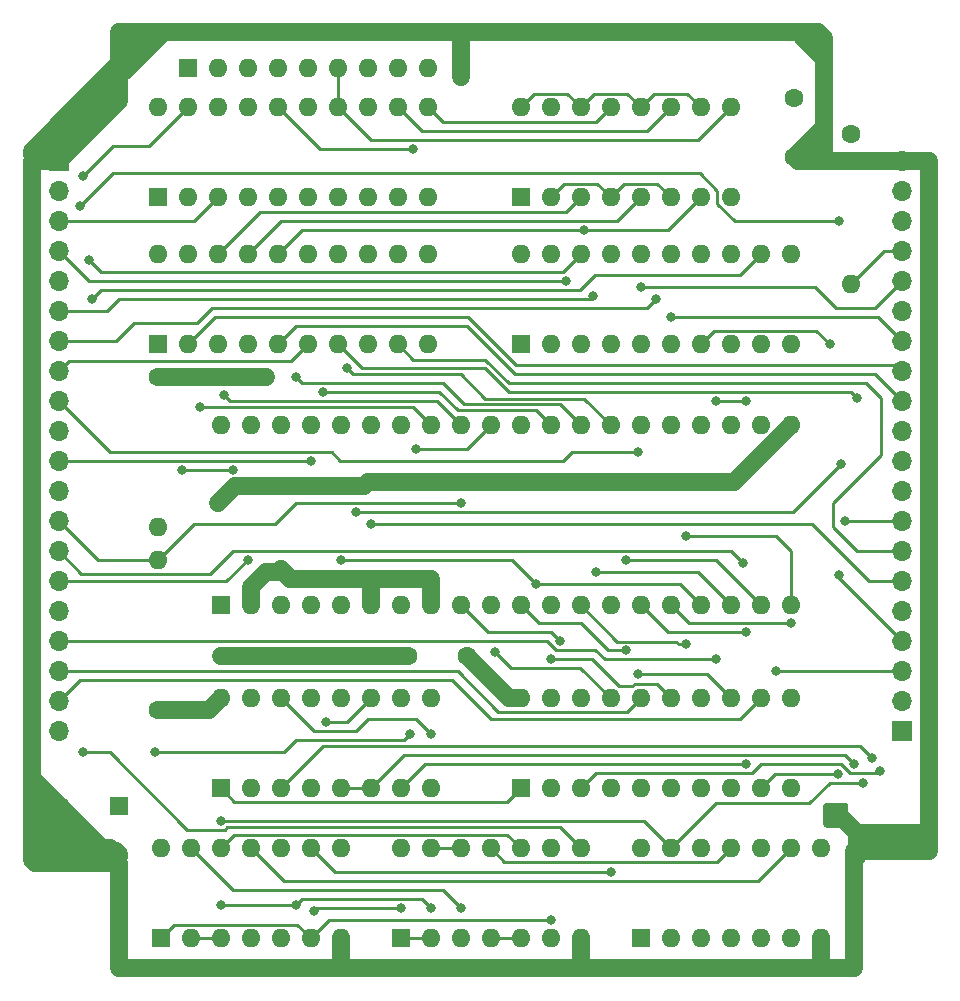
<source format=gbl>
G04 #@! TF.GenerationSoftware,KiCad,Pcbnew,5.1.12-84ad8e8a86~92~ubuntu20.04.1*
G04 #@! TF.CreationDate,2022-08-04T15:06:03-04:00*
G04 #@! TF.ProjectId,burgertime-cpu7,62757267-6572-4746-996d-652d63707537,v1.1*
G04 #@! TF.SameCoordinates,Original*
G04 #@! TF.FileFunction,Copper,L2,Bot*
G04 #@! TF.FilePolarity,Positive*
%FSLAX46Y46*%
G04 Gerber Fmt 4.6, Leading zero omitted, Abs format (unit mm)*
G04 Created by KiCad (PCBNEW 5.1.12-84ad8e8a86~92~ubuntu20.04.1) date 2022-08-04 15:06:03*
%MOMM*%
%LPD*%
G01*
G04 APERTURE LIST*
G04 #@! TA.AperFunction,ComponentPad*
%ADD10C,1.600000*%
G04 #@! TD*
G04 #@! TA.AperFunction,ComponentPad*
%ADD11R,1.600000X1.600000*%
G04 #@! TD*
G04 #@! TA.AperFunction,ComponentPad*
%ADD12O,1.600000X1.600000*%
G04 #@! TD*
G04 #@! TA.AperFunction,ComponentPad*
%ADD13O,1.700000X1.700000*%
G04 #@! TD*
G04 #@! TA.AperFunction,ComponentPad*
%ADD14R,1.700000X1.700000*%
G04 #@! TD*
G04 #@! TA.AperFunction,ViaPad*
%ADD15C,0.800000*%
G04 #@! TD*
G04 #@! TA.AperFunction,Conductor*
%ADD16C,1.500000*%
G04 #@! TD*
G04 #@! TA.AperFunction,Conductor*
%ADD17C,0.250000*%
G04 #@! TD*
G04 APERTURE END LIST*
G04 #@! TA.AperFunction,ComponentPad*
G36*
G01*
X171924000Y-123990000D02*
X171924000Y-122390000D01*
G75*
G02*
X172174000Y-122140000I250000J0D01*
G01*
X173774000Y-122140000D01*
G75*
G02*
X174024000Y-122390000I0J-250000D01*
G01*
X174024000Y-123990000D01*
G75*
G02*
X173774000Y-124240000I-250000J0D01*
G01*
X172174000Y-124240000D01*
G75*
G02*
X171924000Y-123990000I0J250000D01*
G01*
G37*
G04 #@! TD.AperFunction*
D10*
X136732000Y-109728000D03*
X141732000Y-109728000D03*
X169418000Y-67484000D03*
X169418000Y-62484000D03*
X107268000Y-122428000D03*
D11*
X112268000Y-122428000D03*
D12*
X120904000Y-90170000D03*
X169164000Y-105410000D03*
X123444000Y-90170000D03*
X166624000Y-105410000D03*
X125984000Y-90170000D03*
X164084000Y-105410000D03*
X128524000Y-90170000D03*
X161544000Y-105410000D03*
X131064000Y-90170000D03*
X159004000Y-105410000D03*
X133604000Y-90170000D03*
X156464000Y-105410000D03*
X136144000Y-90170000D03*
X153924000Y-105410000D03*
X138684000Y-90170000D03*
X151384000Y-105410000D03*
X141224000Y-90170000D03*
X148844000Y-105410000D03*
X143764000Y-90170000D03*
X146304000Y-105410000D03*
X146304000Y-90170000D03*
X143764000Y-105410000D03*
X148844000Y-90170000D03*
X141224000Y-105410000D03*
X151384000Y-90170000D03*
X138684000Y-105410000D03*
X153924000Y-90170000D03*
X136144000Y-105410000D03*
X156464000Y-90170000D03*
X133604000Y-105410000D03*
X159004000Y-90170000D03*
X131064000Y-105410000D03*
X161544000Y-90170000D03*
X128524000Y-105410000D03*
X164084000Y-90170000D03*
X125984000Y-105410000D03*
X166624000Y-90170000D03*
X123444000Y-105410000D03*
X169164000Y-90170000D03*
D11*
X120904000Y-105410000D03*
D12*
X146304000Y-63246000D03*
X164084000Y-70866000D03*
X148844000Y-63246000D03*
X161544000Y-70866000D03*
X151384000Y-63246000D03*
X159004000Y-70866000D03*
X153924000Y-63246000D03*
X156464000Y-70866000D03*
X156464000Y-63246000D03*
X153924000Y-70866000D03*
X159004000Y-63246000D03*
X151384000Y-70866000D03*
X161544000Y-63246000D03*
X148844000Y-70866000D03*
X164084000Y-63246000D03*
D11*
X146304000Y-70866000D03*
D12*
X138430000Y-59944000D03*
X135890000Y-59944000D03*
X133350000Y-59944000D03*
X130810000Y-59944000D03*
X128270000Y-59944000D03*
X125730000Y-59944000D03*
X123190000Y-59944000D03*
X120650000Y-59944000D03*
D11*
X118110000Y-59944000D03*
D12*
X174244000Y-78232000D03*
D10*
X174244000Y-65532000D03*
D12*
X115570000Y-101600000D03*
D10*
X115570000Y-114300000D03*
D12*
X115570000Y-98806000D03*
D10*
X115570000Y-86106000D03*
D13*
X178562000Y-67818000D03*
X178562000Y-70358000D03*
X178562000Y-72898000D03*
X178562000Y-75438000D03*
X178562000Y-77978000D03*
X178562000Y-80518000D03*
X178562000Y-83058000D03*
X178562000Y-85598000D03*
X178562000Y-88138000D03*
X178562000Y-90678000D03*
X178562000Y-93218000D03*
X178562000Y-95758000D03*
X178562000Y-98298000D03*
X178562000Y-100838000D03*
X178562000Y-103378000D03*
X178562000Y-105918000D03*
X178562000Y-108458000D03*
X178562000Y-110998000D03*
X178562000Y-113538000D03*
D14*
X178562000Y-116078000D03*
D13*
X107188000Y-116078000D03*
X107188000Y-113538000D03*
X107188000Y-110998000D03*
X107188000Y-108458000D03*
X107188000Y-105918000D03*
X107188000Y-103378000D03*
X107188000Y-100838000D03*
X107188000Y-98298000D03*
X107188000Y-95758000D03*
X107188000Y-93218000D03*
X107188000Y-90678000D03*
X107188000Y-88138000D03*
X107188000Y-85598000D03*
X107188000Y-83058000D03*
X107188000Y-80518000D03*
X107188000Y-77978000D03*
X107188000Y-75438000D03*
X107188000Y-72898000D03*
X107188000Y-70358000D03*
D14*
X107188000Y-67818000D03*
D12*
X156464000Y-125984000D03*
X171704000Y-133604000D03*
X159004000Y-125984000D03*
X169164000Y-133604000D03*
X161544000Y-125984000D03*
X166624000Y-133604000D03*
X164084000Y-125984000D03*
X164084000Y-133604000D03*
X166624000Y-125984000D03*
X161544000Y-133604000D03*
X169164000Y-125984000D03*
X159004000Y-133604000D03*
X171704000Y-125984000D03*
D11*
X156464000Y-133604000D03*
D12*
X136144000Y-125984000D03*
X151384000Y-133604000D03*
X138684000Y-125984000D03*
X148844000Y-133604000D03*
X141224000Y-125984000D03*
X146304000Y-133604000D03*
X143764000Y-125984000D03*
X143764000Y-133604000D03*
X146304000Y-125984000D03*
X141224000Y-133604000D03*
X148844000Y-125984000D03*
X138684000Y-133604000D03*
X151384000Y-125984000D03*
D11*
X136144000Y-133604000D03*
D12*
X115824000Y-125984000D03*
X131064000Y-133604000D03*
X118364000Y-125984000D03*
X128524000Y-133604000D03*
X120904000Y-125984000D03*
X125984000Y-133604000D03*
X123444000Y-125984000D03*
X123444000Y-133604000D03*
X125984000Y-125984000D03*
X120904000Y-133604000D03*
X128524000Y-125984000D03*
X118364000Y-133604000D03*
X131064000Y-125984000D03*
D11*
X115824000Y-133604000D03*
D12*
X146304000Y-113284000D03*
X169164000Y-120904000D03*
X148844000Y-113284000D03*
X166624000Y-120904000D03*
X151384000Y-113284000D03*
X164084000Y-120904000D03*
X153924000Y-113284000D03*
X161544000Y-120904000D03*
X156464000Y-113284000D03*
X159004000Y-120904000D03*
X159004000Y-113284000D03*
X156464000Y-120904000D03*
X161544000Y-113284000D03*
X153924000Y-120904000D03*
X164084000Y-113284000D03*
X151384000Y-120904000D03*
X166624000Y-113284000D03*
X148844000Y-120904000D03*
X169164000Y-113284000D03*
D11*
X146304000Y-120904000D03*
D12*
X120904000Y-113284000D03*
X138684000Y-120904000D03*
X123444000Y-113284000D03*
X136144000Y-120904000D03*
X125984000Y-113284000D03*
X133604000Y-120904000D03*
X128524000Y-113284000D03*
X131064000Y-120904000D03*
X131064000Y-113284000D03*
X128524000Y-120904000D03*
X133604000Y-113284000D03*
X125984000Y-120904000D03*
X136144000Y-113284000D03*
X123444000Y-120904000D03*
X138684000Y-113284000D03*
D11*
X120904000Y-120904000D03*
D12*
X146304000Y-75692000D03*
X169164000Y-83312000D03*
X148844000Y-75692000D03*
X166624000Y-83312000D03*
X151384000Y-75692000D03*
X164084000Y-83312000D03*
X153924000Y-75692000D03*
X161544000Y-83312000D03*
X156464000Y-75692000D03*
X159004000Y-83312000D03*
X159004000Y-75692000D03*
X156464000Y-83312000D03*
X161544000Y-75692000D03*
X153924000Y-83312000D03*
X164084000Y-75692000D03*
X151384000Y-83312000D03*
X166624000Y-75692000D03*
X148844000Y-83312000D03*
X169164000Y-75692000D03*
D11*
X146304000Y-83312000D03*
D12*
X115570000Y-75692000D03*
X138430000Y-83312000D03*
X118110000Y-75692000D03*
X135890000Y-83312000D03*
X120650000Y-75692000D03*
X133350000Y-83312000D03*
X123190000Y-75692000D03*
X130810000Y-83312000D03*
X125730000Y-75692000D03*
X128270000Y-83312000D03*
X128270000Y-75692000D03*
X125730000Y-83312000D03*
X130810000Y-75692000D03*
X123190000Y-83312000D03*
X133350000Y-75692000D03*
X120650000Y-83312000D03*
X135890000Y-75692000D03*
X118110000Y-83312000D03*
X138430000Y-75692000D03*
D11*
X115570000Y-83312000D03*
D12*
X115570000Y-63246000D03*
X138430000Y-70866000D03*
X118110000Y-63246000D03*
X135890000Y-70866000D03*
X120650000Y-63246000D03*
X133350000Y-70866000D03*
X123190000Y-63246000D03*
X130810000Y-70866000D03*
X125730000Y-63246000D03*
X128270000Y-70866000D03*
X128270000Y-63246000D03*
X125730000Y-70866000D03*
X130810000Y-63246000D03*
X123190000Y-70866000D03*
X133350000Y-63246000D03*
X120650000Y-70866000D03*
X135890000Y-63246000D03*
X118110000Y-70866000D03*
X138430000Y-63246000D03*
D11*
X115570000Y-70866000D03*
D15*
X123444000Y-109728000D03*
X120904000Y-109728000D03*
X120650000Y-96774000D03*
X141224004Y-60706000D03*
X124714000Y-86106000D03*
X125984000Y-102362000D03*
X109220000Y-117856000D03*
X109220000Y-69088000D03*
X119126000Y-88646000D03*
X133604000Y-98552000D03*
X121158002Y-87630000D03*
X173736000Y-98298000D03*
X174752000Y-87884000D03*
X137160000Y-66802000D03*
X137414000Y-92201996D03*
X151638000Y-73660000D03*
X129540000Y-87339010D03*
X123190000Y-101563010D03*
X127254000Y-86106000D03*
X131572000Y-85344000D03*
X165354000Y-118872000D03*
X115316000Y-117856000D03*
X136906000Y-116332000D03*
X148844000Y-132080000D03*
X117602000Y-93980000D03*
X121920000Y-93980000D03*
X167894000Y-110998000D03*
X109728000Y-76200000D03*
X152654000Y-102616000D03*
X173228004Y-102870000D03*
X172466000Y-83312000D03*
X159004000Y-81026000D03*
X160274000Y-99568000D03*
X156464000Y-78486000D03*
X162814000Y-109982000D03*
X165354000Y-88138000D03*
X162814000Y-88138000D03*
X155194000Y-101600000D03*
X152400000Y-79248000D03*
X109981998Y-79502000D03*
X147574000Y-103632000D03*
X131064000Y-101600000D03*
X120904000Y-123698000D03*
X175296989Y-120432989D03*
X128524000Y-93218000D03*
X169164000Y-106934000D03*
X165354000Y-107696000D03*
X156210000Y-111251992D03*
X160274000Y-108712000D03*
X148844000Y-109982004D03*
X155194002Y-109220000D03*
X153924000Y-128016000D03*
X144148136Y-109383875D03*
X149606000Y-108458000D03*
X138684000Y-116332000D03*
X129794000Y-115316000D03*
X174498000Y-118871998D03*
X138684000Y-131064000D03*
X127254000Y-130810000D03*
X120904000Y-130810000D03*
X173444001Y-93434001D03*
X132334000Y-97536000D03*
X176022000Y-118364000D03*
X108966000Y-71628000D03*
X173228000Y-72898000D03*
X173189573Y-119707979D03*
X150114000Y-77978000D03*
X165100000Y-101854000D03*
X156210000Y-92456000D03*
X157734000Y-79502000D03*
X176747002Y-119416998D03*
X141224000Y-131064000D03*
X136144000Y-131064000D03*
X128778000Y-131318000D03*
X141224000Y-96774000D03*
D16*
X123444000Y-109728000D02*
X120904000Y-109728000D01*
X123444000Y-109728000D02*
X136732000Y-109728000D01*
X104902000Y-122428000D02*
X107268000Y-122428000D01*
X131064000Y-136144000D02*
X131064000Y-133604000D01*
X131064000Y-136144000D02*
X151384000Y-136144000D01*
X151384000Y-136144000D02*
X151384000Y-133604000D01*
X151384000Y-136144000D02*
X171704000Y-136144000D01*
X171704000Y-136144000D02*
X171704000Y-133604000D01*
X169752000Y-67818000D02*
X169418000Y-67484000D01*
X178562000Y-67818000D02*
X171958000Y-67818000D01*
X104902000Y-67818000D02*
X104902000Y-77216000D01*
X104902000Y-123444000D02*
X104902000Y-122428000D01*
X169164000Y-90170000D02*
X164338000Y-94996000D01*
X164338000Y-94996000D02*
X133350000Y-94996000D01*
X122093999Y-95330001D02*
X120650000Y-96774000D01*
X133015999Y-95330001D02*
X122093999Y-95330001D01*
X133350000Y-94996000D02*
X133015999Y-95330001D01*
X141224000Y-60705996D02*
X141224004Y-60706000D01*
X141224000Y-56896000D02*
X141224000Y-60705996D01*
X131064000Y-136144000D02*
X112268000Y-136144000D01*
X180848000Y-67818000D02*
X178562000Y-67818000D01*
X174498000Y-126238000D02*
X180848000Y-126238000D01*
X171704000Y-136144000D02*
X174498000Y-136144000D01*
X171878000Y-65024000D02*
X171958000Y-65024000D01*
X169418000Y-67484000D02*
X171878000Y-65024000D01*
X171958000Y-67818000D02*
X171958000Y-65024000D01*
X171196000Y-67818000D02*
X171196000Y-67056000D01*
X171958000Y-67818000D02*
X171196000Y-67818000D01*
X171196000Y-67818000D02*
X169752000Y-67818000D01*
X171958000Y-57404000D02*
X171958000Y-65024000D01*
X171450000Y-56896000D02*
X171958000Y-57404000D01*
X107188000Y-67818000D02*
X112268000Y-62738000D01*
X112268000Y-56896000D02*
X170180000Y-56896000D01*
X170180000Y-56896000D02*
X171450000Y-56896000D01*
X171704000Y-58928000D02*
X170180000Y-57404000D01*
X112776000Y-60198000D02*
X115824000Y-57150000D01*
X112268000Y-60198000D02*
X112776000Y-60198000D01*
X112268000Y-60198000D02*
X112268000Y-58928000D01*
X112268000Y-58928000D02*
X112522000Y-58928000D01*
X112268000Y-58928000D02*
X112268000Y-56896000D01*
X112522000Y-58928000D02*
X113792000Y-57658000D01*
X112268000Y-62738000D02*
X112268000Y-61214000D01*
X112268000Y-61214000D02*
X112268000Y-60198000D01*
X107188000Y-67818000D02*
X104902000Y-67818000D01*
X104902000Y-67310000D02*
X105156000Y-67056000D01*
X104902000Y-66929000D02*
X104902000Y-67310000D01*
X112395000Y-59436000D02*
X104902000Y-66929000D01*
X105156000Y-67056000D02*
X105918000Y-67056000D01*
X112522000Y-59436000D02*
X112395000Y-59436000D01*
X112268000Y-59690000D02*
X112522000Y-59436000D01*
X112268000Y-60452000D02*
X112268000Y-59690000D01*
X112268000Y-61214000D02*
X112014000Y-61214000D01*
X112014000Y-61214000D02*
X106680000Y-66548000D01*
X112268000Y-127254000D02*
X105156000Y-127254000D01*
X112268000Y-136144000D02*
X112268000Y-127254000D01*
X104902000Y-127000000D02*
X104902000Y-125984000D01*
X105156000Y-127254000D02*
X104902000Y-127000000D01*
X112268000Y-126492000D02*
X112014000Y-126238000D01*
X112268000Y-126746000D02*
X112268000Y-126492000D01*
X111506000Y-125984000D02*
X112268000Y-126746000D01*
X104902000Y-120062000D02*
X104902000Y-119634000D01*
X107268000Y-122428000D02*
X104902000Y-120062000D01*
X104902000Y-119634000D02*
X104902000Y-123444000D01*
X104902000Y-77216000D02*
X104902000Y-119634000D01*
X105490000Y-124206000D02*
X104902000Y-124206000D01*
X104902000Y-124206000D02*
X104902000Y-123444000D01*
X104902000Y-125984000D02*
X104902000Y-124206000D01*
X107268000Y-122428000D02*
X110490000Y-125650000D01*
X110490000Y-125984000D02*
X111506000Y-125984000D01*
X110490000Y-125650000D02*
X110490000Y-125984000D01*
X108712000Y-125984000D02*
X108458000Y-125984000D01*
X106085000Y-123611000D02*
X105490000Y-124206000D01*
X107268000Y-122428000D02*
X106085000Y-123611000D01*
X108458000Y-125984000D02*
X106085000Y-123611000D01*
X104902000Y-125984000D02*
X108712000Y-125984000D01*
X108712000Y-125984000D02*
X110490000Y-125984000D01*
X108712000Y-125984000D02*
X108712000Y-124968000D01*
X108712000Y-124968000D02*
X107696000Y-123952000D01*
X107696000Y-123952000D02*
X106934000Y-123952000D01*
X106934000Y-123952000D02*
X105918000Y-124968000D01*
X172974000Y-123190000D02*
X173228000Y-123190000D01*
X173228000Y-123190000D02*
X174752000Y-124714000D01*
X174752000Y-124714000D02*
X180848000Y-124714000D01*
X180848000Y-124714000D02*
X180848000Y-67818000D01*
X180848000Y-126238000D02*
X180848000Y-124714000D01*
X178562000Y-124714000D02*
X179578000Y-125730000D01*
X174752000Y-124714000D02*
X178562000Y-124714000D01*
X175006000Y-125730000D02*
X174498000Y-126238000D01*
X179578000Y-125730000D02*
X175006000Y-125730000D01*
X174752000Y-126746000D02*
X174498000Y-127000000D01*
X174498000Y-127000000D02*
X174498000Y-126238000D01*
X174498000Y-136144000D02*
X174498000Y-127000000D01*
X175006000Y-125730000D02*
X174752000Y-125730000D01*
X174752000Y-125730000D02*
X174752000Y-126746000D01*
X174752000Y-124714000D02*
X174752000Y-125730000D01*
D17*
X150258999Y-62120999D02*
X151384000Y-63246000D01*
X147429001Y-62120999D02*
X150258999Y-62120999D01*
X146304000Y-63246000D02*
X147429001Y-62120999D01*
X155338999Y-62120999D02*
X156464000Y-63246000D01*
X152509001Y-62120999D02*
X155338999Y-62120999D01*
X151384000Y-63246000D02*
X152509001Y-62120999D01*
X160418999Y-62120999D02*
X161544000Y-63246000D01*
X157589001Y-62120999D02*
X160418999Y-62120999D01*
X156464000Y-63246000D02*
X157589001Y-62120999D01*
X152798999Y-69740999D02*
X153924000Y-70866000D01*
X149969001Y-69740999D02*
X152798999Y-69740999D01*
X148844000Y-70866000D02*
X149969001Y-69740999D01*
X157878999Y-69740999D02*
X159004000Y-70866000D01*
X155049001Y-69740999D02*
X157878999Y-69740999D01*
X153924000Y-70866000D02*
X155049001Y-69740999D01*
D16*
X124714000Y-86106000D02*
X115570000Y-86106000D01*
X123444000Y-105410000D02*
X123444000Y-103886000D01*
X124749978Y-102580022D02*
X125984000Y-102580022D01*
X123444000Y-103886000D02*
X124749978Y-102580022D01*
X126805010Y-103183010D02*
X125984000Y-102362000D01*
X138684000Y-105410000D02*
X138684000Y-103183010D01*
X133604000Y-103632000D02*
X134052990Y-103183010D01*
X133604000Y-105410000D02*
X133604000Y-103632000D01*
X134052990Y-103183010D02*
X126805010Y-103183010D01*
X138684000Y-103183010D02*
X134052990Y-103183010D01*
X119888000Y-114300000D02*
X120904000Y-113284000D01*
X115570000Y-114300000D02*
X119888000Y-114300000D01*
X145288000Y-113284000D02*
X146304000Y-113284000D01*
X141732000Y-109728000D02*
X145288000Y-113284000D01*
D17*
X151384000Y-125984000D02*
X149606000Y-124206000D01*
X121252001Y-124423001D02*
X118073001Y-124423001D01*
X121469002Y-124206000D02*
X121252001Y-124423001D01*
X149606000Y-124206000D02*
X121469002Y-124206000D01*
X118073001Y-124423001D02*
X111506000Y-117856000D01*
X111506000Y-117856000D02*
X109220000Y-117856000D01*
X109220000Y-69088000D02*
X111760000Y-66548000D01*
X114808000Y-66548000D02*
X118110000Y-63246000D01*
X111760000Y-66548000D02*
X114808000Y-66548000D01*
X174752000Y-100838000D02*
X178562000Y-100838000D01*
X175571002Y-86614000D02*
X176784000Y-87826998D01*
X145288000Y-86614000D02*
X175571002Y-86614000D01*
X172720000Y-98806000D02*
X174752000Y-100838000D01*
X176784000Y-92710000D02*
X172720000Y-96774000D01*
X172720000Y-96774000D02*
X172720000Y-98806000D01*
X176784000Y-87826998D02*
X176784000Y-92710000D01*
X143313989Y-84639989D02*
X145288000Y-86614000D01*
X137217989Y-84639989D02*
X143313989Y-84639989D01*
X135890000Y-83312000D02*
X137217989Y-84639989D01*
X137160000Y-88646000D02*
X119126000Y-88646000D01*
X138684000Y-90170000D02*
X137160000Y-88646000D01*
X124206000Y-72136000D02*
X120650000Y-75692000D01*
X150114000Y-72136000D02*
X124206000Y-72136000D01*
X151384000Y-70866000D02*
X150114000Y-72136000D01*
X170942000Y-98552000D02*
X133604000Y-98552000D01*
X178562000Y-103378000D02*
X175768000Y-103378000D01*
X175768000Y-103378000D02*
X170942000Y-98552000D01*
X125984000Y-72898000D02*
X123190000Y-75692000D01*
X154432000Y-72898000D02*
X125984000Y-72898000D01*
X156464000Y-70866000D02*
X154432000Y-72898000D01*
X141224000Y-90170000D02*
X139192000Y-88138000D01*
X139192000Y-88138000D02*
X121666002Y-88138000D01*
X121666002Y-88138000D02*
X121158002Y-87630000D01*
X173736000Y-98298000D02*
X178562000Y-98298000D01*
X174243994Y-87375994D02*
X174752000Y-87884000D01*
X145287994Y-87375994D02*
X174243994Y-87375994D01*
X143256000Y-85344000D02*
X145287994Y-87375994D01*
X132842000Y-85344000D02*
X143256000Y-85344000D01*
X130810000Y-83312000D02*
X132842000Y-85344000D01*
X129286000Y-66802000D02*
X137160000Y-66802000D01*
X125730000Y-63246000D02*
X129286000Y-66802000D01*
X143764000Y-90170000D02*
X141732004Y-92201996D01*
X141732004Y-92201996D02*
X137414000Y-92201996D01*
X126833999Y-84748001D02*
X128270000Y-83312000D01*
X108037999Y-84748001D02*
X126833999Y-84748001D01*
X107188000Y-85598000D02*
X108037999Y-84748001D01*
X161544000Y-70866000D02*
X158750000Y-73660000D01*
X127762000Y-73660000D02*
X125730000Y-75692000D01*
X151638000Y-73660000D02*
X127762000Y-73660000D01*
X158750000Y-73660000D02*
X151638000Y-73660000D01*
X127254000Y-81788000D02*
X125730000Y-83312000D01*
X141732000Y-81788000D02*
X127254000Y-81788000D01*
X145796000Y-85852000D02*
X141732000Y-81788000D01*
X176276000Y-85852000D02*
X145796000Y-85852000D01*
X178562000Y-88138000D02*
X176276000Y-85852000D01*
X130810000Y-59944000D02*
X130810000Y-63246000D01*
X148844000Y-90170000D02*
X147574000Y-88900000D01*
X147574000Y-88900000D02*
X140970000Y-88900000D01*
X140970000Y-88900000D02*
X139409010Y-87339010D01*
X139409010Y-87339010D02*
X129540000Y-87339010D01*
X161290000Y-66040000D02*
X164084000Y-63246000D01*
X133604000Y-66040000D02*
X161290000Y-66040000D01*
X130810000Y-63246000D02*
X133604000Y-66040000D01*
X107188000Y-103378000D02*
X121375010Y-103378000D01*
X121375010Y-103378000D02*
X123190000Y-101563010D01*
X127762000Y-86614000D02*
X127254000Y-86106000D01*
X141478000Y-88392000D02*
X139700000Y-86614000D01*
X149606000Y-88392000D02*
X141478000Y-88392000D01*
X139700000Y-86614000D02*
X127762000Y-86614000D01*
X151384000Y-90170000D02*
X149606000Y-88392000D01*
X118618000Y-72898000D02*
X120650000Y-70866000D01*
X107188000Y-72898000D02*
X118618000Y-72898000D01*
X132080000Y-85852000D02*
X131572000Y-85344000D01*
X141224000Y-85852000D02*
X132080000Y-85852000D01*
X143313990Y-87941990D02*
X141224000Y-85852000D01*
X151695990Y-87941990D02*
X143313990Y-87941990D01*
X153924000Y-90170000D02*
X151695990Y-87941990D01*
X156972000Y-65278000D02*
X159004000Y-63246000D01*
X137922000Y-65278000D02*
X156972000Y-65278000D01*
X135890000Y-63246000D02*
X137922000Y-65278000D01*
X120396000Y-81026000D02*
X118110000Y-83312000D01*
X141832998Y-81026000D02*
X120396000Y-81026000D01*
X145896998Y-85090000D02*
X141832998Y-81026000D01*
X178054000Y-85090000D02*
X145896998Y-85090000D01*
X178562000Y-85598000D02*
X178054000Y-85090000D01*
X152654000Y-64516000D02*
X153924000Y-63246000D01*
X139700000Y-64516000D02*
X152654000Y-64516000D01*
X138430000Y-63246000D02*
X139700000Y-64516000D01*
X138176000Y-118872000D02*
X136144000Y-120904000D01*
X165354000Y-118872000D02*
X138176000Y-118872000D01*
X115316000Y-117856000D02*
X126238000Y-117856000D01*
X127311990Y-116782010D02*
X136455990Y-116782010D01*
X126238000Y-117856000D02*
X127311990Y-116782010D01*
X136455990Y-116782010D02*
X136906000Y-116332000D01*
X127398999Y-132478999D02*
X128524000Y-133604000D01*
X116949001Y-132478999D02*
X127398999Y-132478999D01*
X115824000Y-133604000D02*
X116949001Y-132478999D01*
X128524000Y-133604000D02*
X130048000Y-132080000D01*
X130048000Y-132080000D02*
X131318000Y-132080000D01*
X131318000Y-132080000D02*
X148844000Y-132080000D01*
X145178999Y-124858999D02*
X146304000Y-125984000D01*
X122029001Y-124858999D02*
X145178999Y-124858999D01*
X120904000Y-125984000D02*
X122029001Y-124858999D01*
X117602000Y-93980000D02*
X121920000Y-93980000D01*
X145178999Y-122029001D02*
X146304000Y-120904000D01*
X122029001Y-122029001D02*
X145178999Y-122029001D01*
X120904000Y-120904000D02*
X122029001Y-122029001D01*
X167894000Y-110998000D02*
X178562000Y-110998000D01*
X110744000Y-77216000D02*
X109728000Y-76200000D01*
X149860000Y-77216000D02*
X110744000Y-77216000D01*
X151384000Y-75692000D02*
X149860000Y-77216000D01*
X164084000Y-105410000D02*
X161290000Y-102616000D01*
X161290000Y-102616000D02*
X152654000Y-102616000D01*
X173228004Y-103124004D02*
X173228004Y-102870000D01*
X178562000Y-108458000D02*
X173228004Y-103124004D01*
X162669001Y-82186999D02*
X171340999Y-82186999D01*
X171340999Y-82186999D02*
X172466000Y-83312000D01*
X161544000Y-83312000D02*
X162669001Y-82186999D01*
X178562000Y-83058000D02*
X176530000Y-81026000D01*
X176530000Y-81026000D02*
X159004000Y-81026000D01*
X169164000Y-105410000D02*
X169164000Y-100838000D01*
X169164000Y-100838000D02*
X167894000Y-99568000D01*
X167894000Y-99568000D02*
X160274000Y-99568000D01*
X178562000Y-77978000D02*
X176276000Y-80264000D01*
X176276000Y-80264000D02*
X172974000Y-80264000D01*
X172974000Y-80264000D02*
X171196000Y-78486000D01*
X171196000Y-78486000D02*
X156464000Y-78486000D01*
X165354000Y-88138000D02*
X162814000Y-88138000D01*
X153416000Y-109982000D02*
X162814000Y-109982000D01*
X152617001Y-109183001D02*
X153416000Y-109982000D01*
X149257999Y-109183001D02*
X152617001Y-109183001D01*
X148532998Y-108458000D02*
X149257999Y-109183001D01*
X107188000Y-108458000D02*
X148532998Y-108458000D01*
X162814000Y-101600000D02*
X155194000Y-101600000D01*
X166624000Y-105410000D02*
X162814000Y-101600000D01*
X111309002Y-80518000D02*
X107188000Y-80518000D01*
X112325002Y-79502000D02*
X111309002Y-80518000D01*
X152146000Y-79502000D02*
X112325002Y-79502000D01*
X152400000Y-79248000D02*
X152146000Y-79502000D01*
X110743998Y-78740000D02*
X109981998Y-79502000D01*
X151326998Y-78740000D02*
X110743998Y-78740000D01*
X152596998Y-77470000D02*
X151326998Y-78740000D01*
X164846000Y-77470000D02*
X152596998Y-77470000D01*
X166624000Y-75692000D02*
X164846000Y-77470000D01*
X159766000Y-103632000D02*
X161544000Y-105410000D01*
X147574000Y-103632000D02*
X159766000Y-103632000D01*
X145542000Y-101600000D02*
X131064000Y-101600000D01*
X147574000Y-103632000D02*
X145542000Y-101600000D01*
X156718000Y-123698000D02*
X120904000Y-123698000D01*
X159004000Y-125984000D02*
X156718000Y-123698000D01*
X172466000Y-120432989D02*
X175296989Y-120432989D01*
X170724989Y-122174000D02*
X172466000Y-120432989D01*
X159004000Y-125984000D02*
X162814000Y-122174000D01*
X162814000Y-122174000D02*
X170724989Y-122174000D01*
X128524000Y-93218000D02*
X107188000Y-93218000D01*
X160528000Y-106934000D02*
X169164000Y-106934000D01*
X159004000Y-105410000D02*
X160528000Y-106934000D01*
X158750000Y-107696000D02*
X165354000Y-107696000D01*
X156464000Y-105410000D02*
X158750000Y-107696000D01*
X162051992Y-111251992D02*
X156210000Y-111251992D01*
X164084000Y-113284000D02*
X162051992Y-111251992D01*
X154468998Y-108494998D02*
X159491313Y-108494998D01*
X151384000Y-105410000D02*
X154468998Y-108494998D01*
X159708315Y-108712000D02*
X160274000Y-108712000D01*
X159491313Y-108494998D02*
X159708315Y-108712000D01*
X157828661Y-112108661D02*
X155918343Y-112108661D01*
X155918343Y-112108661D02*
X155796002Y-112231002D01*
X159004000Y-113284000D02*
X157828661Y-112108661D01*
X149409685Y-109982004D02*
X148844000Y-109982004D01*
X154591998Y-112231002D02*
X152343000Y-109982004D01*
X155796002Y-112231002D02*
X154591998Y-112231002D01*
X152343000Y-109982004D02*
X149409685Y-109982004D01*
X155194002Y-109220000D02*
X153670000Y-109220000D01*
X153670000Y-109220000D02*
X151384000Y-106934000D01*
X147828000Y-106934000D02*
X146304000Y-105410000D01*
X151384000Y-106934000D02*
X147828000Y-106934000D01*
X130556000Y-128016000D02*
X153924000Y-128016000D01*
X128524000Y-125984000D02*
X130556000Y-128016000D01*
X153924000Y-113284000D02*
X151347005Y-110707005D01*
X151347005Y-110707005D02*
X145471266Y-110707005D01*
X145471266Y-110707005D02*
X144148136Y-109383875D01*
X149606000Y-108458000D02*
X148844000Y-107696000D01*
X143510000Y-107696000D02*
X141224000Y-105410000D01*
X148844000Y-107696000D02*
X143510000Y-107696000D01*
X137414000Y-115062000D02*
X138684000Y-116332000D01*
X133350000Y-115062000D02*
X137414000Y-115062000D01*
X132334000Y-116078000D02*
X133350000Y-115062000D01*
X128778000Y-116078000D02*
X132334000Y-116078000D01*
X125984000Y-113284000D02*
X128778000Y-116078000D01*
X131572000Y-115316000D02*
X129794000Y-115316000D01*
X133604000Y-113284000D02*
X131572000Y-115316000D01*
X133604000Y-120904000D02*
X131064000Y-120904000D01*
X173736002Y-118110000D02*
X174498000Y-118871998D01*
X133604000Y-120904000D02*
X136398000Y-118110000D01*
X136398000Y-118110000D02*
X173736002Y-118110000D01*
X118364000Y-133604000D02*
X120904000Y-133604000D01*
X138684000Y-125984000D02*
X141224000Y-125984000D01*
X127254000Y-130810000D02*
X120904000Y-130810000D01*
X127762000Y-130302000D02*
X127254000Y-130810000D01*
X137922000Y-130302000D02*
X127762000Y-130302000D01*
X138684000Y-131064000D02*
X137922000Y-130302000D01*
X177038000Y-75438000D02*
X174244000Y-78232000D01*
X178562000Y-75438000D02*
X177038000Y-75438000D01*
X173444001Y-93434001D02*
X169342002Y-97536000D01*
X169342002Y-97536000D02*
X132334000Y-97536000D01*
X175006000Y-117348000D02*
X176022000Y-118364000D01*
X129540000Y-117348000D02*
X175006000Y-117348000D01*
X125984000Y-120904000D02*
X129540000Y-117348000D01*
X164450998Y-72898000D02*
X173228000Y-72898000D01*
X162958999Y-70325999D02*
X162958999Y-71406001D01*
X161467000Y-68834000D02*
X162958999Y-70325999D01*
X111760000Y-68834000D02*
X161467000Y-68834000D01*
X108966000Y-71628000D02*
X111760000Y-68834000D01*
X162958999Y-71406001D02*
X164450998Y-72898000D01*
X166624000Y-120904000D02*
X167820021Y-119707979D01*
X167820021Y-119707979D02*
X173189573Y-119707979D01*
X109728000Y-77978000D02*
X150114000Y-77978000D01*
X107188000Y-75438000D02*
X109728000Y-77978000D01*
X107188000Y-100838000D02*
X109075001Y-102725001D01*
X109075001Y-102725001D02*
X119524999Y-102725001D01*
X119524999Y-102725001D02*
X119778999Y-102725001D01*
X164084000Y-100838000D02*
X165100000Y-101854000D01*
X121920000Y-100838000D02*
X164084000Y-100838000D01*
X120032999Y-102725001D02*
X121920000Y-100838000D01*
X119524999Y-102725001D02*
X120032999Y-102725001D01*
X155338999Y-114409001D02*
X156464000Y-113284000D01*
X144381001Y-114409001D02*
X155338999Y-114409001D01*
X140970000Y-110998000D02*
X144381001Y-114409001D01*
X107188000Y-110998000D02*
X140970000Y-110998000D01*
X150622000Y-92456000D02*
X156210000Y-92456000D01*
X149896998Y-93181002D02*
X150622000Y-92456000D01*
X131027002Y-93181002D02*
X149896998Y-93181002D01*
X130302000Y-92456000D02*
X131027002Y-93181002D01*
X111506000Y-92456000D02*
X130302000Y-92456000D01*
X107188000Y-88138000D02*
X111506000Y-92456000D01*
X156972000Y-80264000D02*
X157734000Y-79502000D01*
X120142000Y-80264000D02*
X156972000Y-80264000D01*
X118872000Y-81534000D02*
X120142000Y-80264000D01*
X113538000Y-81534000D02*
X118872000Y-81534000D01*
X112014000Y-83058000D02*
X113538000Y-81534000D01*
X107188000Y-83058000D02*
X112014000Y-83058000D01*
X174187579Y-119634000D02*
X176530000Y-119634000D01*
X173425579Y-118872000D02*
X174187579Y-119634000D01*
X176530000Y-119634000D02*
X176747002Y-119416998D01*
X165862000Y-119634000D02*
X166624000Y-118872000D01*
X152654000Y-119634000D02*
X165862000Y-119634000D01*
X166624000Y-118872000D02*
X173425579Y-118872000D01*
X151384000Y-120904000D02*
X152654000Y-119634000D01*
X107188000Y-113538000D02*
X108966000Y-111760000D01*
X108966000Y-111760000D02*
X140462000Y-111760000D01*
X140462000Y-111760000D02*
X143764000Y-115062000D01*
X164846000Y-115062000D02*
X166624000Y-113284000D01*
X143764000Y-115062000D02*
X164846000Y-115062000D01*
X139700000Y-129540000D02*
X141224000Y-131064000D01*
X121920000Y-129540000D02*
X139700000Y-129540000D01*
X118364000Y-125984000D02*
X121920000Y-129540000D01*
X166370000Y-128778000D02*
X169164000Y-125984000D01*
X126238000Y-128778000D02*
X166370000Y-128778000D01*
X123444000Y-125984000D02*
X126238000Y-128778000D01*
X138684000Y-133604000D02*
X136144000Y-133604000D01*
X129032000Y-131064000D02*
X128778000Y-131318000D01*
X136144000Y-131064000D02*
X129032000Y-131064000D01*
X143764000Y-133604000D02*
X146304000Y-133604000D01*
X110490000Y-101600000D02*
X107188000Y-98298000D01*
X115570000Y-101600000D02*
X110490000Y-101600000D01*
X125476000Y-98552000D02*
X127254000Y-96774000D01*
X118618000Y-98552000D02*
X125476000Y-98552000D01*
X115570000Y-101600000D02*
X118618000Y-98552000D01*
X141224000Y-96774000D02*
X127254000Y-96774000D01*
X162958999Y-127109001D02*
X164084000Y-125984000D01*
X144889001Y-127109001D02*
X162958999Y-127109001D01*
X143764000Y-125984000D02*
X144889001Y-127109001D01*
M02*

</source>
